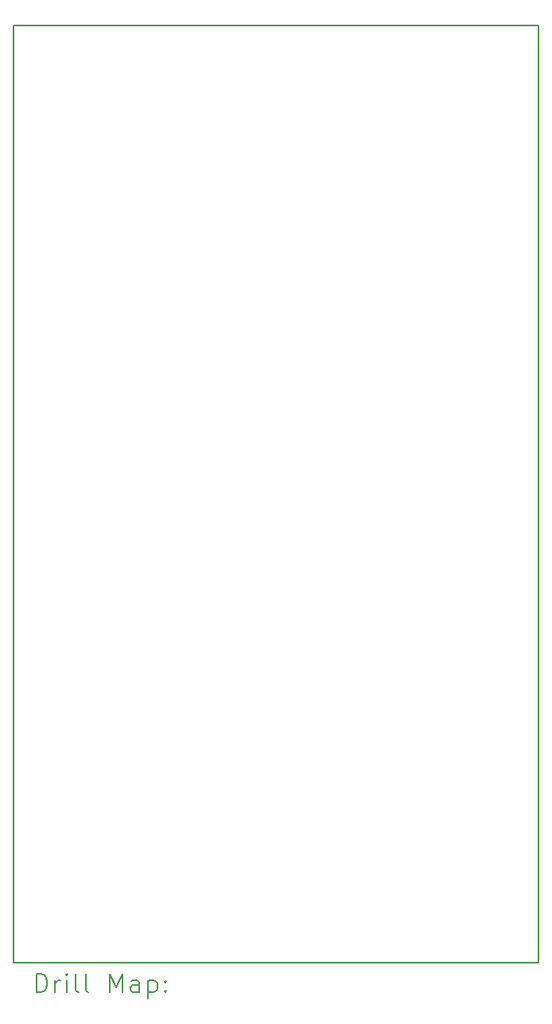
<source format=gbr>
%TF.GenerationSoftware,KiCad,Pcbnew,7.0.1*%
%TF.CreationDate,2024-07-28T16:45:12-07:00*%
%TF.ProjectId,DFTBoard,44465442-6f61-4726-942e-6b696361645f,rev?*%
%TF.SameCoordinates,Original*%
%TF.FileFunction,Drillmap*%
%TF.FilePolarity,Positive*%
%FSLAX45Y45*%
G04 Gerber Fmt 4.5, Leading zero omitted, Abs format (unit mm)*
G04 Created by KiCad (PCBNEW 7.0.1) date 2024-07-28 16:45:12*
%MOMM*%
%LPD*%
G01*
G04 APERTURE LIST*
%ADD10C,0.130000*%
%ADD11C,0.200000*%
G04 APERTURE END LIST*
D10*
X10010000Y-6327500D02*
X15592500Y-6327500D01*
X15592500Y-16292500D01*
X10010000Y-16292500D01*
X10010000Y-6327500D01*
D11*
X10251119Y-16611524D02*
X10251119Y-16411524D01*
X10251119Y-16411524D02*
X10298738Y-16411524D01*
X10298738Y-16411524D02*
X10327310Y-16421048D01*
X10327310Y-16421048D02*
X10346357Y-16440095D01*
X10346357Y-16440095D02*
X10355881Y-16459143D01*
X10355881Y-16459143D02*
X10365405Y-16497238D01*
X10365405Y-16497238D02*
X10365405Y-16525809D01*
X10365405Y-16525809D02*
X10355881Y-16563905D01*
X10355881Y-16563905D02*
X10346357Y-16582952D01*
X10346357Y-16582952D02*
X10327310Y-16602000D01*
X10327310Y-16602000D02*
X10298738Y-16611524D01*
X10298738Y-16611524D02*
X10251119Y-16611524D01*
X10451119Y-16611524D02*
X10451119Y-16478190D01*
X10451119Y-16516286D02*
X10460643Y-16497238D01*
X10460643Y-16497238D02*
X10470167Y-16487714D01*
X10470167Y-16487714D02*
X10489214Y-16478190D01*
X10489214Y-16478190D02*
X10508262Y-16478190D01*
X10574929Y-16611524D02*
X10574929Y-16478190D01*
X10574929Y-16411524D02*
X10565405Y-16421048D01*
X10565405Y-16421048D02*
X10574929Y-16430571D01*
X10574929Y-16430571D02*
X10584452Y-16421048D01*
X10584452Y-16421048D02*
X10574929Y-16411524D01*
X10574929Y-16411524D02*
X10574929Y-16430571D01*
X10698738Y-16611524D02*
X10679690Y-16602000D01*
X10679690Y-16602000D02*
X10670167Y-16582952D01*
X10670167Y-16582952D02*
X10670167Y-16411524D01*
X10803500Y-16611524D02*
X10784452Y-16602000D01*
X10784452Y-16602000D02*
X10774929Y-16582952D01*
X10774929Y-16582952D02*
X10774929Y-16411524D01*
X11032071Y-16611524D02*
X11032071Y-16411524D01*
X11032071Y-16411524D02*
X11098738Y-16554381D01*
X11098738Y-16554381D02*
X11165405Y-16411524D01*
X11165405Y-16411524D02*
X11165405Y-16611524D01*
X11346357Y-16611524D02*
X11346357Y-16506762D01*
X11346357Y-16506762D02*
X11336833Y-16487714D01*
X11336833Y-16487714D02*
X11317786Y-16478190D01*
X11317786Y-16478190D02*
X11279690Y-16478190D01*
X11279690Y-16478190D02*
X11260643Y-16487714D01*
X11346357Y-16602000D02*
X11327309Y-16611524D01*
X11327309Y-16611524D02*
X11279690Y-16611524D01*
X11279690Y-16611524D02*
X11260643Y-16602000D01*
X11260643Y-16602000D02*
X11251119Y-16582952D01*
X11251119Y-16582952D02*
X11251119Y-16563905D01*
X11251119Y-16563905D02*
X11260643Y-16544857D01*
X11260643Y-16544857D02*
X11279690Y-16535333D01*
X11279690Y-16535333D02*
X11327309Y-16535333D01*
X11327309Y-16535333D02*
X11346357Y-16525809D01*
X11441595Y-16478190D02*
X11441595Y-16678190D01*
X11441595Y-16487714D02*
X11460643Y-16478190D01*
X11460643Y-16478190D02*
X11498738Y-16478190D01*
X11498738Y-16478190D02*
X11517786Y-16487714D01*
X11517786Y-16487714D02*
X11527309Y-16497238D01*
X11527309Y-16497238D02*
X11536833Y-16516286D01*
X11536833Y-16516286D02*
X11536833Y-16573428D01*
X11536833Y-16573428D02*
X11527309Y-16592476D01*
X11527309Y-16592476D02*
X11517786Y-16602000D01*
X11517786Y-16602000D02*
X11498738Y-16611524D01*
X11498738Y-16611524D02*
X11460643Y-16611524D01*
X11460643Y-16611524D02*
X11441595Y-16602000D01*
X11622548Y-16592476D02*
X11632071Y-16602000D01*
X11632071Y-16602000D02*
X11622548Y-16611524D01*
X11622548Y-16611524D02*
X11613024Y-16602000D01*
X11613024Y-16602000D02*
X11622548Y-16592476D01*
X11622548Y-16592476D02*
X11622548Y-16611524D01*
X11622548Y-16487714D02*
X11632071Y-16497238D01*
X11632071Y-16497238D02*
X11622548Y-16506762D01*
X11622548Y-16506762D02*
X11613024Y-16497238D01*
X11613024Y-16497238D02*
X11622548Y-16487714D01*
X11622548Y-16487714D02*
X11622548Y-16506762D01*
M02*

</source>
